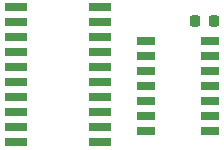
<source format=gbr>
%TF.GenerationSoftware,KiCad,Pcbnew,8.0.6*%
%TF.CreationDate,2024-12-20T03:38:08-05:00*%
%TF.ProjectId,MAX5719_breakout,4d415835-3731-4395-9f62-7265616b6f75,rev?*%
%TF.SameCoordinates,Original*%
%TF.FileFunction,Paste,Top*%
%TF.FilePolarity,Positive*%
%FSLAX46Y46*%
G04 Gerber Fmt 4.6, Leading zero omitted, Abs format (unit mm)*
G04 Created by KiCad (PCBNEW 8.0.6) date 2024-12-20 03:38:08*
%MOMM*%
%LPD*%
G01*
G04 APERTURE LIST*
G04 Aperture macros list*
%AMRoundRect*
0 Rectangle with rounded corners*
0 $1 Rounding radius*
0 $2 $3 $4 $5 $6 $7 $8 $9 X,Y pos of 4 corners*
0 Add a 4 corners polygon primitive as box body*
4,1,4,$2,$3,$4,$5,$6,$7,$8,$9,$2,$3,0*
0 Add four circle primitives for the rounded corners*
1,1,$1+$1,$2,$3*
1,1,$1+$1,$4,$5*
1,1,$1+$1,$6,$7*
1,1,$1+$1,$8,$9*
0 Add four rect primitives between the rounded corners*
20,1,$1+$1,$2,$3,$4,$5,0*
20,1,$1+$1,$4,$5,$6,$7,0*
20,1,$1+$1,$6,$7,$8,$9,0*
20,1,$1+$1,$8,$9,$2,$3,0*%
G04 Aperture macros list end*
%ADD10R,1.525000X0.650000*%
%ADD11R,1.825000X0.700000*%
%ADD12RoundRect,0.225000X0.225000X0.250000X-0.225000X0.250000X-0.225000X-0.250000X0.225000X-0.250000X0*%
G04 APERTURE END LIST*
D10*
%TO.C,IC1*%
X166958000Y-110660000D03*
X166958000Y-111930000D03*
X166958000Y-113200000D03*
X166958000Y-114470000D03*
X166958000Y-115740000D03*
X166958000Y-117010000D03*
X166958000Y-118280000D03*
X172382000Y-118280000D03*
X172382000Y-117010000D03*
X172382000Y-115740000D03*
X172382000Y-114470000D03*
X172382000Y-113200000D03*
X172382000Y-111930000D03*
X172382000Y-110660000D03*
%TD*%
D11*
%TO.C,IC2*%
X163074000Y-119253000D03*
X163074000Y-117983000D03*
X163074000Y-116713000D03*
X163074000Y-115443000D03*
X163074000Y-114173000D03*
X163074000Y-112903000D03*
X163074000Y-111633000D03*
X163074000Y-110363000D03*
X163074000Y-109093000D03*
X163074000Y-107823000D03*
X155950000Y-107823000D03*
X155950000Y-109093000D03*
X155950000Y-110363000D03*
X155950000Y-111633000D03*
X155950000Y-112903000D03*
X155950000Y-114173000D03*
X155950000Y-115443000D03*
X155950000Y-116713000D03*
X155950000Y-117983000D03*
X155950000Y-119253000D03*
%TD*%
D12*
%TO.C,C1*%
X172670000Y-108970000D03*
X171120000Y-108970000D03*
%TD*%
M02*

</source>
